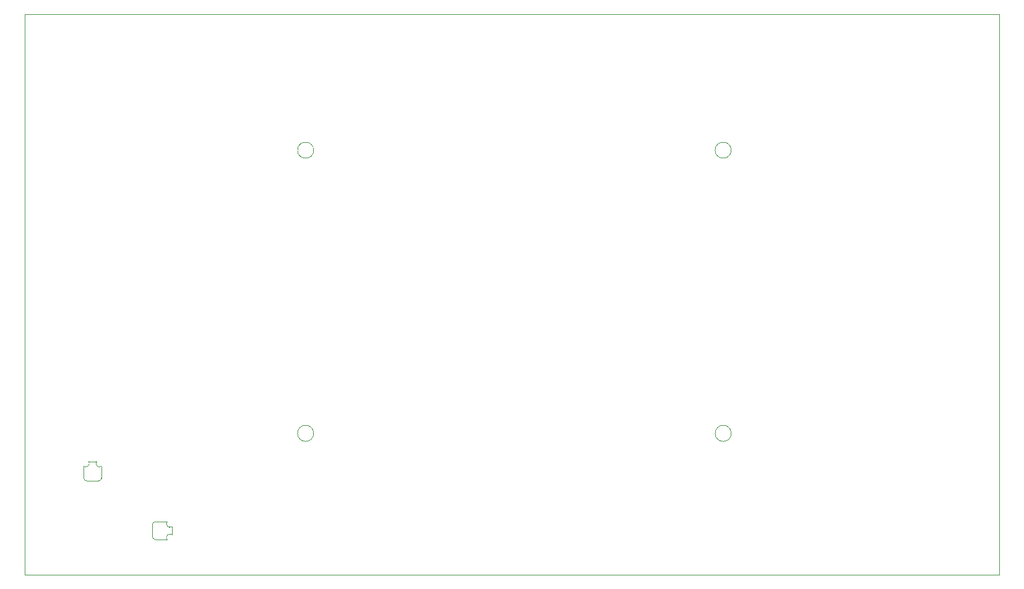
<source format=gbr>
%TF.GenerationSoftware,KiCad,Pcbnew,8.0.7*%
%TF.CreationDate,2025-01-09T22:13:59+09:00*%
%TF.ProjectId,cool937tb_L,636f6f6c-3933-4377-9462-5f4c2e6b6963,rev?*%
%TF.SameCoordinates,Original*%
%TF.FileFunction,Profile,NP*%
%FSLAX46Y46*%
G04 Gerber Fmt 4.6, Leading zero omitted, Abs format (unit mm)*
G04 Created by KiCad (PCBNEW 8.0.7) date 2025-01-09 22:13:59*
%MOMM*%
%LPD*%
G01*
G04 APERTURE LIST*
%TA.AperFunction,Profile*%
%ADD10C,0.100000*%
%TD*%
%TA.AperFunction,Profile*%
%ADD11C,0.120000*%
%TD*%
G04 APERTURE END LIST*
D10*
X87150000Y-47920000D02*
G75*
G02*
X84950000Y-47920000I-1100000J0D01*
G01*
X84950000Y-47920000D02*
G75*
G02*
X87150000Y-47920000I1100000J0D01*
G01*
X-9530000Y9520000D02*
X123820000Y9520000D01*
X123820000Y-67270000D01*
X-9530000Y-67270000D01*
X-9530000Y9520000D01*
X30000000Y-9130000D02*
G75*
G02*
X27800000Y-9130000I-1100000J0D01*
G01*
X27800000Y-9130000D02*
G75*
G02*
X30000000Y-9130000I1100000J0D01*
G01*
X87140000Y-9130000D02*
G75*
G02*
X84940000Y-9130000I-1100000J0D01*
G01*
X84940000Y-9130000D02*
G75*
G02*
X87140000Y-9130000I1100000J0D01*
G01*
X30000000Y-47920000D02*
G75*
G02*
X27800000Y-47920000I-1100000J0D01*
G01*
X27800000Y-47920000D02*
G75*
G02*
X30000000Y-47920000I1100000J0D01*
G01*
D11*
%TO.C,U1*%
X-1457753Y-54048247D02*
X-1457753Y-52448047D01*
X-771953Y-51762247D02*
X269447Y-51762247D01*
X574247Y-54429247D02*
X-1076753Y-54429247D01*
X955247Y-52448047D02*
X955247Y-54048247D01*
X7930753Y-62074247D02*
X7930753Y-60423247D01*
X8311753Y-60042247D02*
X9911953Y-60042247D01*
X9911953Y-62455247D02*
X8311753Y-62455247D01*
X10597753Y-60728047D02*
X10597753Y-61769447D01*
X-1076753Y-54429247D02*
G75*
G02*
X-1457753Y-54048247I-8J380992D01*
G01*
X-771953Y-51762247D02*
G75*
G02*
X-1457753Y-52448047I-438047J-247753D01*
G01*
X955247Y-52448047D02*
G75*
G02*
X269447Y-51762247I-247753J438047D01*
G01*
X955247Y-54048247D02*
G75*
G02*
X574247Y-54429247I-380996J-4D01*
G01*
X7930753Y-60423247D02*
G75*
G02*
X8311753Y-60042253I380987J7D01*
G01*
X8311753Y-62455247D02*
G75*
G02*
X7930753Y-62074247I-3J380997D01*
G01*
X9911953Y-62455247D02*
G75*
G02*
X10597749Y-61769454I438047J247747D01*
G01*
X10597753Y-60728047D02*
G75*
G02*
X9911953Y-60042247I-247753J438047D01*
G01*
%TD*%
M02*

</source>
